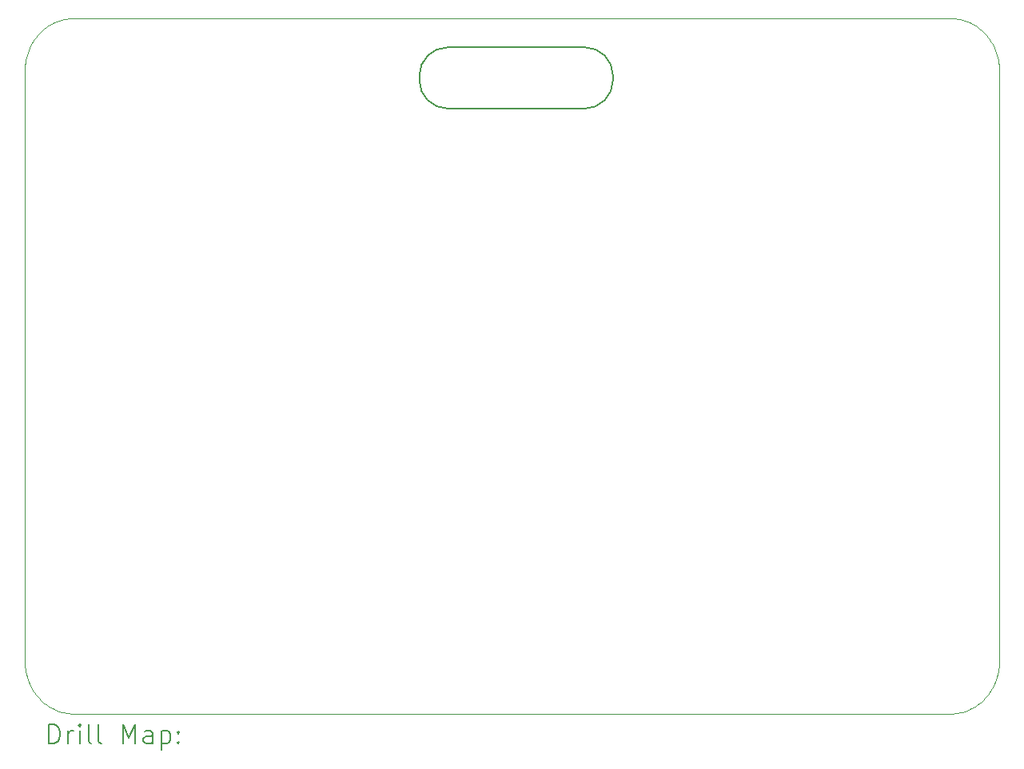
<source format=gbr>
%TF.GenerationSoftware,KiCad,Pcbnew,8.0.1*%
%TF.CreationDate,2024-04-19T02:30:14-04:00*%
%TF.ProjectId,hello-my-name-is,68656c6c-6f2d-46d7-992d-6e616d652d69,rev?*%
%TF.SameCoordinates,Original*%
%TF.FileFunction,Drillmap*%
%TF.FilePolarity,Positive*%
%FSLAX45Y45*%
G04 Gerber Fmt 4.5, Leading zero omitted, Abs format (unit mm)*
G04 Created by KiCad (PCBNEW 8.0.1) date 2024-04-19 02:30:14*
%MOMM*%
%LPD*%
G01*
G04 APERTURE LIST*
%ADD10C,0.200000*%
%ADD11C,0.100000*%
G04 APERTURE END LIST*
D10*
X14500000Y-6800000D02*
G75*
G02*
X14200000Y-6500000I0J300000D01*
G01*
X15950000Y-6150000D02*
G75*
G02*
X16250000Y-6450000I0J-300000D01*
G01*
X14200000Y-6500000D02*
X14200000Y-6450000D01*
X16250000Y-6450000D02*
X16250000Y-6500000D01*
X14200000Y-6450000D02*
G75*
G02*
X14500000Y-6150000I300000J0D01*
G01*
X14500000Y-6150000D02*
X15950000Y-6150000D01*
X15950000Y-6800000D02*
X14500000Y-6800000D01*
X16250000Y-6500000D02*
G75*
G02*
X15950000Y-6800000I-300000J0D01*
G01*
D11*
X19852247Y-5843356D02*
X19878363Y-5845499D01*
X19904099Y-5849027D01*
X19929423Y-5853905D01*
X19954302Y-5860100D01*
X19978705Y-5867575D01*
X20002599Y-5876297D01*
X20025952Y-5886230D01*
X20048731Y-5897340D01*
X20070905Y-5909591D01*
X20092440Y-5922949D01*
X20113304Y-5937379D01*
X20133466Y-5952846D01*
X20152893Y-5969315D01*
X20171552Y-5986752D01*
X20189411Y-6005121D01*
X20206439Y-6024387D01*
X20222602Y-6044517D01*
X20237868Y-6065474D01*
X20252205Y-6087224D01*
X20265581Y-6109732D01*
X20277964Y-6132964D01*
X20289320Y-6156884D01*
X20299619Y-6181458D01*
X20308826Y-6206651D01*
X20316911Y-6232428D01*
X20323841Y-6258753D01*
X20329583Y-6285593D01*
X20334105Y-6312912D01*
X20337375Y-6340676D01*
X20339361Y-6368849D01*
X20340030Y-6397397D01*
X20340030Y-12659985D01*
X20339361Y-12688533D01*
X20337375Y-12716706D01*
X20334105Y-12744470D01*
X20329583Y-12771789D01*
X20323841Y-12798629D01*
X20316911Y-12824954D01*
X20308826Y-12850731D01*
X20299619Y-12875924D01*
X20289320Y-12900497D01*
X20277964Y-12924418D01*
X20265581Y-12947650D01*
X20252205Y-12970158D01*
X20237868Y-12991908D01*
X20222602Y-13012866D01*
X20206439Y-13032995D01*
X20189411Y-13052262D01*
X20171552Y-13070630D01*
X20152893Y-13088067D01*
X20133466Y-13104536D01*
X20113304Y-13120003D01*
X20092440Y-13134433D01*
X20070905Y-13147791D01*
X20048731Y-13160042D01*
X20025952Y-13171152D01*
X20002599Y-13181085D01*
X19978705Y-13189807D01*
X19954302Y-13197282D01*
X19929423Y-13203477D01*
X19904099Y-13208356D01*
X19878363Y-13211884D01*
X19852247Y-13214026D01*
X19825784Y-13214748D01*
X10535527Y-13214748D01*
X10509064Y-13214026D01*
X10482949Y-13211884D01*
X10457213Y-13208356D01*
X10431889Y-13203477D01*
X10407009Y-13197282D01*
X10382606Y-13189807D01*
X10358712Y-13181085D01*
X10335360Y-13171152D01*
X10312580Y-13160042D01*
X10290407Y-13147791D01*
X10268872Y-13134433D01*
X10248008Y-13120003D01*
X10227846Y-13104536D01*
X10208419Y-13088067D01*
X10189760Y-13070630D01*
X10171901Y-13052262D01*
X10154873Y-13032995D01*
X10138710Y-13012866D01*
X10123444Y-12991908D01*
X10109107Y-12970158D01*
X10095731Y-12947650D01*
X10083348Y-12924418D01*
X10071992Y-12900497D01*
X10061693Y-12875924D01*
X10052486Y-12850731D01*
X10044401Y-12824954D01*
X10037471Y-12798629D01*
X10031729Y-12771789D01*
X10027207Y-12744470D01*
X10023936Y-12716706D01*
X10021951Y-12688533D01*
X10021281Y-12659985D01*
X10021281Y-6397397D01*
X10021951Y-6368849D01*
X10023936Y-6340676D01*
X10027207Y-6312912D01*
X10031729Y-6285593D01*
X10037471Y-6258753D01*
X10044401Y-6232428D01*
X10052486Y-6206651D01*
X10061693Y-6181458D01*
X10071992Y-6156884D01*
X10083348Y-6132964D01*
X10095731Y-6109732D01*
X10109107Y-6087224D01*
X10123444Y-6065474D01*
X10138710Y-6044517D01*
X10154873Y-6024387D01*
X10171901Y-6005121D01*
X10189760Y-5986752D01*
X10208419Y-5969315D01*
X10227846Y-5952846D01*
X10248008Y-5937379D01*
X10268872Y-5922949D01*
X10290407Y-5909591D01*
X10312580Y-5897340D01*
X10335360Y-5886230D01*
X10358712Y-5876297D01*
X10382606Y-5867575D01*
X10407009Y-5860100D01*
X10431889Y-5853905D01*
X10457213Y-5849027D01*
X10482949Y-5845499D01*
X10509064Y-5843356D01*
X10535527Y-5842634D01*
X19825784Y-5842634D01*
X19852247Y-5843356D01*
D10*
X10277058Y-13531232D02*
X10277058Y-13331232D01*
X10277058Y-13331232D02*
X10324677Y-13331232D01*
X10324677Y-13331232D02*
X10353249Y-13340755D01*
X10353249Y-13340755D02*
X10372296Y-13359803D01*
X10372296Y-13359803D02*
X10381820Y-13378851D01*
X10381820Y-13378851D02*
X10391344Y-13416946D01*
X10391344Y-13416946D02*
X10391344Y-13445517D01*
X10391344Y-13445517D02*
X10381820Y-13483613D01*
X10381820Y-13483613D02*
X10372296Y-13502660D01*
X10372296Y-13502660D02*
X10353249Y-13521708D01*
X10353249Y-13521708D02*
X10324677Y-13531232D01*
X10324677Y-13531232D02*
X10277058Y-13531232D01*
X10477058Y-13531232D02*
X10477058Y-13397898D01*
X10477058Y-13435994D02*
X10486582Y-13416946D01*
X10486582Y-13416946D02*
X10496106Y-13407422D01*
X10496106Y-13407422D02*
X10515153Y-13397898D01*
X10515153Y-13397898D02*
X10534201Y-13397898D01*
X10600868Y-13531232D02*
X10600868Y-13397898D01*
X10600868Y-13331232D02*
X10591344Y-13340755D01*
X10591344Y-13340755D02*
X10600868Y-13350279D01*
X10600868Y-13350279D02*
X10610392Y-13340755D01*
X10610392Y-13340755D02*
X10600868Y-13331232D01*
X10600868Y-13331232D02*
X10600868Y-13350279D01*
X10724677Y-13531232D02*
X10705630Y-13521708D01*
X10705630Y-13521708D02*
X10696106Y-13502660D01*
X10696106Y-13502660D02*
X10696106Y-13331232D01*
X10829439Y-13531232D02*
X10810392Y-13521708D01*
X10810392Y-13521708D02*
X10800868Y-13502660D01*
X10800868Y-13502660D02*
X10800868Y-13331232D01*
X11058011Y-13531232D02*
X11058011Y-13331232D01*
X11058011Y-13331232D02*
X11124677Y-13474089D01*
X11124677Y-13474089D02*
X11191344Y-13331232D01*
X11191344Y-13331232D02*
X11191344Y-13531232D01*
X11372296Y-13531232D02*
X11372296Y-13426470D01*
X11372296Y-13426470D02*
X11362772Y-13407422D01*
X11362772Y-13407422D02*
X11343725Y-13397898D01*
X11343725Y-13397898D02*
X11305630Y-13397898D01*
X11305630Y-13397898D02*
X11286582Y-13407422D01*
X11372296Y-13521708D02*
X11353249Y-13531232D01*
X11353249Y-13531232D02*
X11305630Y-13531232D01*
X11305630Y-13531232D02*
X11286582Y-13521708D01*
X11286582Y-13521708D02*
X11277058Y-13502660D01*
X11277058Y-13502660D02*
X11277058Y-13483613D01*
X11277058Y-13483613D02*
X11286582Y-13464565D01*
X11286582Y-13464565D02*
X11305630Y-13455041D01*
X11305630Y-13455041D02*
X11353249Y-13455041D01*
X11353249Y-13455041D02*
X11372296Y-13445517D01*
X11467534Y-13397898D02*
X11467534Y-13597898D01*
X11467534Y-13407422D02*
X11486582Y-13397898D01*
X11486582Y-13397898D02*
X11524677Y-13397898D01*
X11524677Y-13397898D02*
X11543725Y-13407422D01*
X11543725Y-13407422D02*
X11553249Y-13416946D01*
X11553249Y-13416946D02*
X11562772Y-13435994D01*
X11562772Y-13435994D02*
X11562772Y-13493136D01*
X11562772Y-13493136D02*
X11553249Y-13512184D01*
X11553249Y-13512184D02*
X11543725Y-13521708D01*
X11543725Y-13521708D02*
X11524677Y-13531232D01*
X11524677Y-13531232D02*
X11486582Y-13531232D01*
X11486582Y-13531232D02*
X11467534Y-13521708D01*
X11648487Y-13512184D02*
X11658011Y-13521708D01*
X11658011Y-13521708D02*
X11648487Y-13531232D01*
X11648487Y-13531232D02*
X11638963Y-13521708D01*
X11638963Y-13521708D02*
X11648487Y-13512184D01*
X11648487Y-13512184D02*
X11648487Y-13531232D01*
X11648487Y-13407422D02*
X11658011Y-13416946D01*
X11658011Y-13416946D02*
X11648487Y-13426470D01*
X11648487Y-13426470D02*
X11638963Y-13416946D01*
X11638963Y-13416946D02*
X11648487Y-13407422D01*
X11648487Y-13407422D02*
X11648487Y-13426470D01*
M02*

</source>
